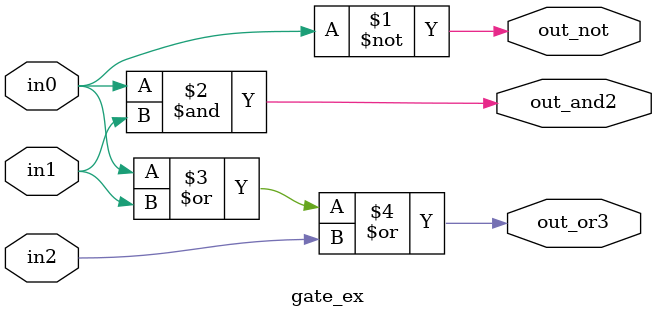
<source format=v>
/*
_®ÉæéQ[gñH

assign ¶ðgpµÄAgÝí¹ñHðLqÅ«éB

ÈºÌáÍAüÍM in0  Ì_ÛèAin1 Æ in2
Ì_ÏAin0, in1, in2 Ì_aðoÍ·éB

_Q[g©ÌÉÂ¢ÄÍAÊrAæ­KµÄ¨­±Æ
*/

module gate_ex( in0, in1, in2, 
	out_not, out_and2, out_or3);

input   in0, in1, in2;
output  out_not;
output  out_and2;
output  out_or3;

// PüÍ
assign  out_not  = ~in0;

// QüÍ
assign  out_and2 =  in0 & in1;

// RüÍ
assign  out_or3  =  in0 | in1 | in2;

endmodule


</source>
